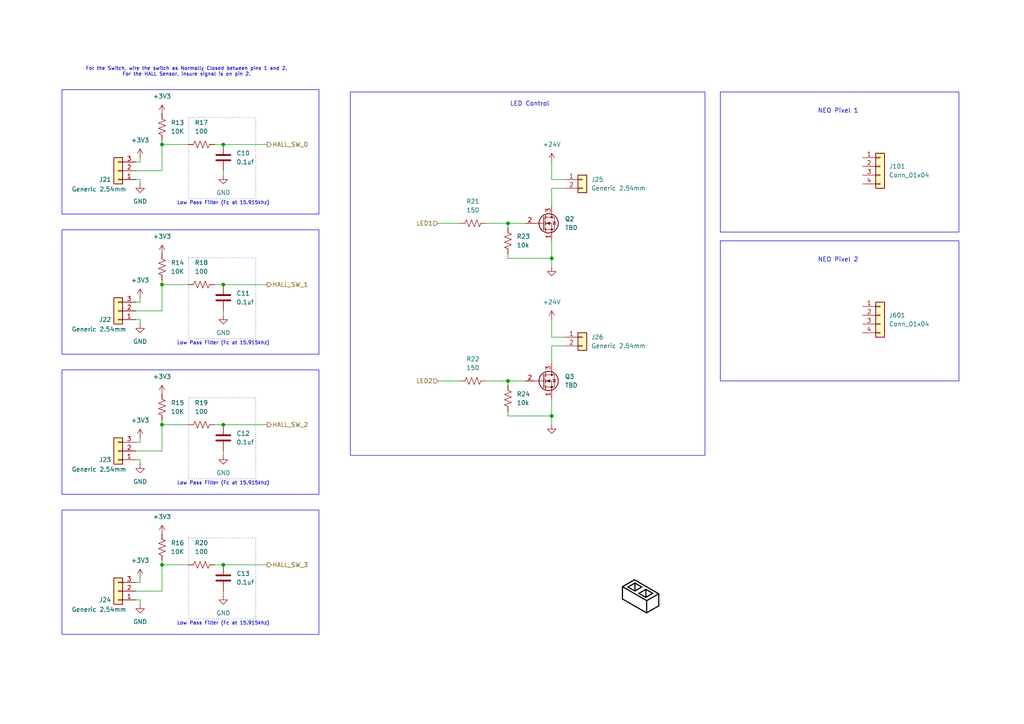
<source format=kicad_sch>
(kicad_sch (version 20250114) (generator "eeschema") (generator_version "9.0")
  (paper "A4")
  (title_block (title "Distribution Board") (date "2026-01-13") (rev "0.3") (company "basically"))
  (lib_symbols
    (symbol "Connector_Generic:Conn_01x02" (pin_names (offset 1.016) (hide yes))
      (property "Reference" "J" (at 0 2.54 0))
      (property "Value" "Conn_01x02" (at 0 -5.08 0))
      (symbol "Conn_01x02_1_1"
        (rectangle (start -1.27 1.27) (end 1.27 -3.81) (stroke (width 0.254)) (fill (type background)))
        (rectangle (start -1.27 0.127) (end 0 -0.127) (stroke (width 0.1524)))
        (rectangle (start -1.27 -2.413) (end 0 -2.667) (stroke (width 0.1524)))
        (pin passive line (at -5.08 0 0) (length 3.81) (name "Pin_1") (number "1"))
        (pin passive line (at -5.08 -2.54 0) (length 3.81) (name "Pin_2") (number "2"))
      )
    )
    (symbol "Connector_Generic:Conn_01x03" (pin_names (offset 1.016) (hide yes))
      (property "Reference" "J" (at 0 5.08 0))
      (property "Value" "Conn_01x03" (at 0 -5.08 0))
      (symbol "Conn_01x03_1_1"
        (rectangle (start -1.27 3.81) (end 1.27 -3.81) (stroke (width 0.254)) (fill (type background)))
        (rectangle (start -1.27 2.667) (end 0 2.413) (stroke (width 0.1524)))
        (rectangle (start -1.27 0.127) (end 0 -0.127) (stroke (width 0.1524)))
        (rectangle (start -1.27 -2.413) (end 0 -2.667) (stroke (width 0.1524)))
        (pin passive line (at -5.08 2.54 0) (length 3.81) (name "Pin_1") (number "1"))
        (pin passive line (at -5.08 0 0) (length 3.81) (name "Pin_2") (number "2"))
        (pin passive line (at -5.08 -2.54 0) (length 3.81) (name "Pin_3") (number "3"))
      )
    )
    (symbol "Connector_Generic:Conn_01x04" (pin_names (offset 1.016) (hide yes))
      (property "Reference" "J" (at 0 5.08 0))
      (property "Value" "Conn_01x04" (at 0 -7.62 0))
      (symbol "Conn_01x04_1_1"
        (rectangle (start -1.27 3.81) (end 1.27 -6.35) (stroke (width 0.254)) (fill (type background)))
        (rectangle (start -1.27 2.667) (end 0 2.413) (stroke (width 0.1524)))
        (rectangle (start -1.27 0.127) (end 0 -0.127) (stroke (width 0.1524)))
        (rectangle (start -1.27 -2.413) (end 0 -2.667) (stroke (width 0.1524)))
        (rectangle (start -1.27 -4.953) (end 0 -5.207) (stroke (width 0.1524)))
        (pin passive line (at -5.08 2.54 0) (length 3.81) (name "Pin_1") (number "1"))
        (pin passive line (at -5.08 0 0) (length 3.81) (name "Pin_2") (number "2"))
        (pin passive line (at -5.08 -2.54 0) (length 3.81) (name "Pin_3") (number "3"))
        (pin passive line (at -5.08 -5.08 0) (length 3.81) (name "Pin_4") (number "4"))
      )
    )
    (symbol "Device:C" (pin_numbers (hide yes)) (pin_names (offset 0.254))
      (property "Reference" "C" (at 0.635 2.54 0))
      (property "Value" "C" (at 0.635 -2.54 0))
      (symbol "C_0_1"
        (polyline (pts (xy -2.032 0.762) (xy 2.032 0.762)) (stroke (width 0.508)))
        (polyline (pts (xy -2.032 -0.762) (xy 2.032 -0.762)) (stroke (width 0.508)))
      )
      (symbol "C_1_1"
        (pin passive line (at 0 3.81 270) (length 2.794) (name "~") (number "1"))
        (pin passive line (at 0 -3.81 90) (length 2.794) (name "~") (number "2"))
      )
    )
    (symbol "Device:R_US" (pin_numbers (hide yes)) (pin_names (offset 0))
      (property "Reference" "R" (at 2.54 0 90))
      (property "Value" "R_US" (at -2.54 0 90))
      (symbol "R_US_0_1"
        (polyline (pts (xy 0 2.286) (xy 0 2.54)))
        (polyline (pts (xy 0 2.286) (xy 1.016 1.905) (xy 0 1.524) (xy -1.016 1.143) (xy 0 0.762)))
        (polyline (pts (xy 0 0.762) (xy 1.016 0.381) (xy 0 0) (xy -1.016 -0.381) (xy 0 -0.762)))
        (polyline (pts (xy 0 -0.762) (xy 1.016 -1.143) (xy 0 -1.524) (xy -1.016 -1.905) (xy 0 -2.286)))
        (polyline (pts (xy 0 -2.286) (xy 0 -2.54)))
      )
      (symbol "R_US_1_1"
        (pin passive line (at 0 3.81 270) (length 1.27) (name "~") (number "1"))
        (pin passive line (at 0 -3.81 90) (length 1.27) (name "~") (number "2"))
      )
    )
    (symbol "Transistor_FET:2N7000" (pin_names (hide yes))
      (property "Reference" "Q" (at 5.08 1.905 0))
      (property "Value" "2N7000" (at 5.08 0 0))
      (symbol "2N7000_0_1"
        (polyline (pts (xy 0.254 1.905) (xy 0.254 -1.905)) (stroke (width 0.254)))
        (polyline (pts (xy 0.254 0) (xy -2.54 0)))
        (polyline (pts (xy 0.762 2.286) (xy 0.762 1.27)) (stroke (width 0.254)))
        (polyline (pts (xy 0.762 0.508) (xy 0.762 -0.508)) (stroke (width 0.254)))
        (polyline (pts (xy 0.762 -1.27) (xy 0.762 -2.286)) (stroke (width 0.254)))
        (polyline (pts (xy 0.762 -1.778) (xy 3.302 -1.778) (xy 3.302 1.778) (xy 0.762 1.778)))
        (polyline (pts (xy 1.016 0) (xy 2.032 0.381) (xy 2.032 -0.381) (xy 1.016 0)) (fill (type outline)))
        (circle (center 1.651 0) (radius 2.794) (stroke (width 0.254)))
        (polyline (pts (xy 2.54 2.54) (xy 2.54 1.778)))
        (circle (center 2.54 1.778) (radius 0.254) (fill (type outline)))
        (circle (center 2.54 -1.778) (radius 0.254) (fill (type outline)))
        (polyline (pts (xy 2.54 -2.54) (xy 2.54 0) (xy 0.762 0)))
        (polyline (pts (xy 2.794 0.508) (xy 2.921 0.381) (xy 3.683 0.381) (xy 3.81 0.254)))
        (polyline (pts (xy 3.302 0.381) (xy 2.921 -0.254) (xy 3.683 -0.254) (xy 3.302 0.381)))
      )
      (symbol "2N7000_1_1"
        (pin input line (at -5.08 0 0) (length 2.54) (name "G") (number "2"))
        (pin passive line (at 2.54 5.08 270) (length 2.54) (name "D") (number "3"))
        (pin passive line (at 2.54 -5.08 90) (length 2.54) (name "S") (number "1"))
      )
    )
    (symbol "power:+24V" (power) (pin_numbers (hide yes)) (pin_names (offset 0) (hide yes))
      (property "Value" "+24V" (at 0 3.556 0))
      (symbol "+24V_0_1"
        (polyline (pts (xy -0.762 1.27) (xy 0 2.54)))
        (polyline (pts (xy 0 2.54) (xy 0.762 1.27)))
        (polyline (pts (xy 0 0) (xy 0 2.54)))
      )
      (symbol "+24V_1_1"
        (pin power_in line (at 0 0 90) (length 0) (name "~") (number "1"))
      )
    )
    (symbol "power:+3V3" (power) (pin_numbers (hide yes)) (pin_names (offset 0) (hide yes))
      (property "Value" "+3V3" (at 0 3.556 0))
      (symbol "+3V3_0_1"
        (polyline (pts (xy -0.762 1.27) (xy 0 2.54)))
        (polyline (pts (xy 0 2.54) (xy 0.762 1.27)))
        (polyline (pts (xy 0 0) (xy 0 2.54)))
      )
      (symbol "+3V3_1_1"
        (pin power_in line (at 0 0 90) (length 0) (name "~") (number "1"))
      )
    )
    (symbol "power:GND" (power) (pin_numbers (hide yes)) (pin_names (offset 0) (hide yes))
      (property "Value" "GND" (at 0 -3.81 0))
      (symbol "GND_0_1"
        (polyline (pts (xy 0 0) (xy 0 -1.27) (xy 1.27 -1.27) (xy 0 -2.54) (xy -1.27 -1.27) (xy 0 -1.27)))
      )
      (symbol "GND_1_1"
        (pin power_in line (at 0 0 270) (length 0) (name "~") (number "1"))
      )
    )
  )
  (rectangle (start 17.97 66.65) (end 92.5 102.73))
  (polyline (pts (xy 186.4539 170.2406) (xy 184.1503 171.611) (xy 181.7941 170.2712) (xy 182.4624 170.2712) (xy 183.9857 171.1508) (xy 183.9857 169.3917) (xy 184.3178 169.3917) (xy 184.3178 171.1) (xy 185.7873 170.2427) (xy 184.3178 169.3917) (xy 183.9857 169.3917) (xy 182.4624 170.2712) (xy 181.7941 170.2712) (xy 181.7932 170.2707) (xy 184.15 168.91) (xy 186.4539 170.2406)) (stroke (width -0.0001) (type solid) (color 0 0 0 1)) (fill (type color) (color 0 0 0 1)))
  (rectangle (start 101.6 26.67) (end 204.47 132.08))
  (polyline (pts (xy 187.3266 170.7468) (xy 189.6305 172.0774) (xy 187.327 173.4478) (xy 184.9705 172.108) (xy 185.639 172.108) (xy 187.1624 172.9876) (xy 187.1624 172.9369) (xy 187.4945 172.9369) (xy 188.9639 172.0794) (xy 187.4945 171.2285) (xy 187.4945 172.9369) (xy 187.1624 172.9369) (xy 187.1624 171.2285) (xy 185.639 172.108) (xy 184.9705 172.108) (xy 184.9698 172.1075) (xy 187.3266 170.7468) (xy 187.3266 170.7468)) (stroke (width -0.0001) (type solid) (color 0 0 0 1)) (fill (type color) (color 0 0 0 1)))
  (polyline (pts (xy 191.2326 172.1353) (xy 191.2326 175.8135) (xy 187.5243 177.9531) (xy 180.3674 173.8253) (xy 180.3674 173.6276) (xy 180.7025 173.6276) (xy 187.3871 177.4871) (xy 187.3871 174.3277) (xy 187.7221 174.3277) (xy 187.7221 177.4534) (xy 190.8962 175.6208) (xy 190.8962 172.4951) (xy 187.7221 174.3277) (xy 187.3871 174.3277) (xy 187.3871 174.3043) (xy 180.7025 170.445) (xy 180.7025 173.6276) (xy 180.3674 173.6276) (xy 180.3674 170.1635) (xy 180.8849 170.1635) (xy 187.5749 174.0259) (xy 190.7099 172.2159) (xy 184.0189 168.3529) (xy 180.8849 170.1635) (xy 180.3674 170.1635) (xy 180.3674 170.0778) (xy 184.0009 167.9556) (xy 191.2326 172.1353)) (stroke (width -0.0001) (type solid) (color 0 0 0 1)) (fill (type color) (color 0 0 0 1)))
  (rectangle (start 208.915 26.67) (end 278.13 67.31))
  (rectangle (start 17.97 26.01) (end 92.5 62.09))
  (rectangle (start 54.67 115.37) (end 74.17 138.87) (stroke (width 0) (type dot)))
  (rectangle (start 54.67 74.73) (end 74.17 98.23) (stroke (width 0) (type dot)))
  (rectangle (start 17.97 107.29) (end 92.5 143.37))
  (rectangle (start 54.67 34.09) (end 74.17 57.59) (stroke (width 0) (type dot)))
  (rectangle (start 208.915 69.85) (end 278.13 110.49))
  (rectangle (start 17.97 147.93) (end 92.5 184.01))
  (rectangle (start 54.67 156.01) (end 74.17 179.51) (stroke (width 0) (type dot)))
  (text "Low Pass Filter (Fc at 15.915khz)" (at 64.77 140.208 0) (effects (font (size 1.016 1.016))))
  (text "NEO Pixel 2" (at 243.078 75.438 0) (effects (font (size 1.27 1.27))))
  (text "For the Switch, wire the switch as Normally Closed between pins 1 and 2.\nFor the HALL Sensor, insure signal is on pin 2.\n" (at 54.102 20.828 0) (effects (font (size 1.016 1.016))))
  (text "LED Control" (at 153.67 30.226 0) (effects (font (size 1.27 1.27))))
  (text "Low Pass Filter (Fc at 15.915khz)" (at 64.77 180.848 0) (effects (font (size 1.016 1.016))))
  (text "Low Pass Filter (Fc at 15.915khz)" (at 64.77 58.928 0) (effects (font (size 1.016 1.016))))
  (text "NEO Pixel 1" (at 243.078 32.258 0) (effects (font (size 1.27 1.27))))
  (text "Low Pass Filter (Fc at 15.915khz)" (at 64.77 99.568 0) (effects (font (size 1.016 1.016))))
  (junction (at 64.77 123.19))
  (junction (at 46.99 123.19))
  (junction (at 46.99 41.91))
  (junction (at 64.77 82.55))
  (junction (at 46.99 82.55))
  (junction (at 46.99 163.83))
  (junction (at 64.77 41.91))
  (junction (at 147.32 110.49))
  (junction (at 64.77 163.83))
  (junction (at 160.02 74.93))
  (junction (at 160.02 120.65))
  (junction (at 147.32 64.77))
  (wire (pts (xy 160.02 52.07) (xy 163.83 52.07)))
  (wire (pts (xy 46.99 130.81) (xy 46.99 123.19)))
  (wire (pts (xy 64.77 91.44) (xy 64.77 90.17)))
  (wire (pts (xy 160.02 120.65) (xy 160.02 123.19)))
  (wire (pts (xy 62.23 82.55) (xy 64.77 82.55)))
  (wire (pts (xy 147.32 119.38) (xy 147.32 120.65)))
  (wire (pts (xy 40.64 87.63) (xy 39.37 87.63)))
  (wire (pts (xy 40.64 53.34) (xy 40.64 52.07)))
  (wire (pts (xy 160.02 74.93) (xy 160.02 69.85)))
  (wire (pts (xy 160.02 74.93) (xy 160.02 77.47)))
  (wire (pts (xy 147.32 73.66) (xy 147.32 74.93)))
  (wire (pts (xy 40.64 168.91) (xy 40.64 167.64)))
  (wire (pts (xy 163.83 54.61) (xy 160.02 54.61)))
  (wire (pts (xy 40.64 175.26) (xy 40.64 173.99)))
  (wire (pts (xy 40.64 173.99) (xy 39.37 173.99)))
  (wire (pts (xy 147.32 64.77) (xy 152.4 64.77)))
  (wire (pts (xy 147.32 74.93) (xy 160.02 74.93)))
  (wire (pts (xy 147.32 120.65) (xy 160.02 120.65)))
  (wire (pts (xy 127 64.77) (xy 133.35 64.77)))
  (wire (pts (xy 160.02 97.79) (xy 163.83 97.79)))
  (wire (pts (xy 40.64 134.62) (xy 40.64 133.35)))
  (wire (pts (xy 46.99 41.91) (xy 46.99 49.53)))
  (wire (pts (xy 147.32 66.04) (xy 147.32 64.77)))
  (wire (pts (xy 160.02 100.33) (xy 160.02 105.41)))
  (wire (pts (xy 160.02 46.99) (xy 160.02 52.07)))
  (wire (pts (xy 160.02 92.71) (xy 160.02 97.79)))
  (wire (pts (xy 54.61 123.19) (xy 46.99 123.19)))
  (wire (pts (xy 46.99 121.92) (xy 46.99 123.19)))
  (wire (pts (xy 163.83 100.33) (xy 160.02 100.33)))
  (polyline (pts (xy 184.15 168.91) (xy 184.15 168.91)) (stroke (width -0.0001) (type solid)))
  (wire (pts (xy 46.99 40.64) (xy 46.99 41.91)))
  (wire (pts (xy 40.64 92.71) (xy 39.37 92.71)))
  (wire (pts (xy 40.64 46.99) (xy 39.37 46.99)))
  (wire (pts (xy 147.32 111.76) (xy 147.32 110.49)))
  (wire (pts (xy 40.64 46.99) (xy 40.64 45.72)))
  (wire (pts (xy 127 110.49) (xy 133.35 110.49)))
  (wire (pts (xy 140.97 64.77) (xy 147.32 64.77)))
  (wire (pts (xy 54.61 82.55) (xy 46.99 82.55)))
  (wire (pts (xy 147.32 110.49) (xy 152.4 110.49)))
  (wire (pts (xy 46.99 81.28) (xy 46.99 82.55)))
  (wire (pts (xy 46.99 90.17) (xy 46.99 82.55)))
  (wire (pts (xy 40.64 168.91) (xy 39.37 168.91)))
  (wire (pts (xy 64.77 132.08) (xy 64.77 130.81)))
  (wire (pts (xy 54.61 41.91) (xy 46.99 41.91)))
  (wire (pts (xy 46.99 162.56) (xy 46.99 163.83)))
  (wire (pts (xy 40.64 87.63) (xy 40.64 86.36)))
  (wire (pts (xy 40.64 133.35) (xy 39.37 133.35)))
  (wire (pts (xy 64.77 172.72) (xy 64.77 171.45)))
  (wire (pts (xy 64.77 50.8) (xy 64.77 49.53)))
  (wire (pts (xy 39.37 130.81) (xy 46.99 130.81)))
  (wire (pts (xy 39.37 49.53) (xy 46.99 49.53)))
  (wire (pts (xy 64.77 163.83) (xy 77.47 163.83)))
  (wire (pts (xy 62.23 123.19) (xy 64.77 123.19)))
  (wire (pts (xy 64.77 123.19) (xy 77.47 123.19)))
  (wire (pts (xy 39.37 90.17) (xy 46.99 90.17)))
  (wire (pts (xy 140.97 110.49) (xy 147.32 110.49)))
  (wire (pts (xy 40.64 93.98) (xy 40.64 92.71)))
  (wire (pts (xy 40.64 52.07) (xy 39.37 52.07)))
  (wire (pts (xy 160.02 120.65) (xy 160.02 115.57)))
  (wire (pts (xy 62.23 41.91) (xy 64.77 41.91)))
  (wire (pts (xy 64.77 41.91) (xy 77.47 41.91)))
  (wire (pts (xy 39.37 171.45) (xy 46.99 171.45)))
  (wire (pts (xy 40.64 128.27) (xy 39.37 128.27)))
  (wire (pts (xy 40.64 128.27) (xy 40.64 127)))
  (wire (pts (xy 54.61 163.83) (xy 46.99 163.83)))
  (wire (pts (xy 62.23 163.83) (xy 64.77 163.83)))
  (wire (pts (xy 64.77 82.55) (xy 77.47 82.55)))
  (wire (pts (xy 160.02 54.61) (xy 160.02 59.69)))
  (wire (pts (xy 46.99 171.45) (xy 46.99 163.83)))
  (hierarchical_label "LED2" (shape input) (at 127 110.49 180))
  (hierarchical_label "LED1" (shape input) (at 127 64.77 180))
  (hierarchical_label "HALL_SW_1" (shape output) (at 77.47 82.55 0))
  (hierarchical_label "HALL_SW_0" (shape output) (at 77.47 41.91 0))
  (hierarchical_label "HALL_SW_3" (shape output) (at 77.47 163.83 0))
  (hierarchical_label "HALL_SW_2" (shape output) (at 77.47 123.19 0))
  (symbol (lib_id "power:GND") (at 64.77 91.44 0) (unit 1)
    (property "Reference" "#PWR066" (effects (hide yes)))
    (property "Value" "GND" (at 64.77 96.52 0))
    (property "Description" "Power symbol creates a global label with name \"GND\" , ground" (effects (hide yes)))
  )
  (symbol (lib_id "power:GND") (at 64.77 172.72 0) (unit 1)
    (property "Reference" "#PWR068" (effects (hide yes)))
    (property "Value" "GND" (at 64.77 177.8 0))
    (property "Description" "Power symbol creates a global label with name \"GND\" , ground" (effects (hide yes)))
  )
  (symbol (lib_id "Device:R_US") (at 58.42 82.55 90) (unit 1)
    (property "Reference" "R18" (at 58.42 76.2 90))
    (property "Value" "100" (at 58.42 78.74 90))
    (property "Footprint" "Resistor_SMD:R_0805_2012Metric_Pad1.20x1.40mm_HandSolder" (effects (hide yes)))
    (property "Description" "Resistor, US symbol" (effects (hide yes)))
  )
  (symbol (lib_id "Device:R_US") (at 137.16 110.49 90) (unit 1)
    (property "Reference" "R22" (at 137.16 104.14 90))
    (property "Value" "150" (at 137.16 106.68 90))
    (property "Footprint" "Resistor_SMD:R_0805_2012Metric_Pad1.20x1.40mm_HandSolder" (effects (hide yes)))
    (property "Description" "Resistor, US symbol" (effects (hide yes)))
  )
  (symbol (lib_id "power:+3V3") (at 40.64 45.72 0) (unit 1)
    (property "Reference" "#PWR053" (effects (hide yes)))
    (property "Value" "+3V3" (at 40.64 40.64 0))
    (property "Description" "Power symbol creates a global label with name \"+3V3\"" (effects (hide yes)))
  )
  (symbol (lib_id "Device:C") (at 64.77 127 0) (unit 1)
    (property "Reference" "C12" (at 68.58 125.7299 0) (effects (justify left)))
    (property "Value" "0.1uf" (at 68.58 128.2699 0) (effects (justify left)))
    (property "Footprint" "Capacitor_SMD:C_0805_2012Metric_Pad1.18x1.45mm_HandSolder" (effects (hide yes)))
    (property "Description" "Unpolarized capacitor" (effects (hide yes)))
  )
  (symbol (lib_id "Connector_Generic:Conn_01x03") (at 34.29 49.53 180) (unit 1)
    (property "Reference" "J21" (at 30.48 52.07 0))
    (property "Value" "Generic 2.54mm" (at 28.702 54.864 0))
    (property "Footprint" "Connector_PinHeader_2.54mm:PinHeader_1x03_P2.54mm_Vertical" (effects (hide yes)))
    (property "Description" "Generic connector, single row, 01x03, script generated (kicad-library-utils/schlib/autogen/connector/)" (effects (hide yes)))
  )
  (symbol (lib_id "Device:C") (at 64.77 45.72 0) (unit 1)
    (property "Reference" "C10" (at 68.58 44.4499 0) (effects (justify left)))
    (property "Value" "0.1uf" (at 68.58 46.9899 0) (effects (justify left)))
    (property "Footprint" "Capacitor_SMD:C_0805_2012Metric_Pad1.18x1.45mm_HandSolder" (effects (hide yes)))
    (property "Description" "Unpolarized capacitor" (effects (hide yes)))
  )
  (symbol (lib_id "power:GND") (at 40.64 175.26 0) (unit 1)
    (property "Reference" "#PWR060" (effects (hide yes)))
    (property "Value" "GND" (at 40.64 180.34 0))
    (property "Description" "Power symbol creates a global label with name \"GND\" , ground" (effects (hide yes)))
  )
  (symbol (lib_id "Connector_Generic:Conn_01x04") (at 255.27 91.44 0) (unit 1)
    (property "Reference" "J601" (at 257.81 91.4399 0) (effects (justify left)))
    (property "Value" "Conn_01x04" (at 257.81 93.9799 0) (effects (justify left)))
    (property "Description" "Generic connector, single row, 01x04, script generated (kicad-library-utils/schlib/autogen/connector/)" (effects (hide yes)))
  )
  (symbol (lib_id "Device:R_US") (at 137.16 64.77 90) (unit 1)
    (property "Reference" "R21" (at 137.16 58.42 90))
    (property "Value" "150" (at 137.16 60.96 90))
    (property "Footprint" "Resistor_SMD:R_0805_2012Metric_Pad1.20x1.40mm_HandSolder" (effects (hide yes)))
    (property "Description" "Resistor, US symbol" (effects (hide yes)))
  )
  (symbol (lib_id "Connector_Generic:Conn_01x03") (at 34.29 171.45 180) (unit 1)
    (property "Reference" "J24" (at 30.48 173.99 0))
    (property "Value" "Generic 2.54mm" (at 28.702 176.784 0))
    (property "Footprint" "Connector_PinHeader_2.54mm:PinHeader_1x03_P2.54mm_Vertical" (effects (hide yes)))
    (property "Description" "Generic connector, single row, 01x03, script generated (kicad-library-utils/schlib/autogen/connector/)" (effects (hide yes)))
  )
  (symbol (lib_id "Device:R_US") (at 46.99 36.83 0) (unit 1)
    (property "Reference" "R13" (at 49.53 35.5599 0) (effects (justify left)))
    (property "Value" "10K" (at 49.53 38.0999 0) (effects (justify left)))
    (property "Footprint" "Resistor_SMD:R_0805_2012Metric_Pad1.20x1.40mm_HandSolder" (effects (hide yes)))
    (property "Description" "Resistor, US symbol" (effects (hide yes)))
  )
  (symbol (lib_id "power:+3V3") (at 40.64 86.36 0) (unit 1)
    (property "Reference" "#PWR055" (effects (hide yes)))
    (property "Value" "+3V3" (at 40.64 81.28 0))
    (property "Description" "Power symbol creates a global label with name \"+3V3\"" (effects (hide yes)))
  )
  (symbol (lib_id "power:+3V3") (at 40.64 167.64 0) (unit 1)
    (property "Reference" "#PWR059" (effects (hide yes)))
    (property "Value" "+3V3" (at 40.64 162.56 0))
    (property "Description" "Power symbol creates a global label with name \"+3V3\"" (effects (hide yes)))
  )
  (symbol (lib_id "Transistor_FET:2N7000") (at 157.48 110.49 0) (unit 1)
    (property "Reference" "Q3" (at 163.83 109.2199 0) (effects (justify left)))
    (property "Value" "TBD" (at 163.83 111.7599 0) (effects (justify left)))
    (property "Footprint" "Package_TO_SOT_THT:TO-92_Inline" (effects (hide yes)))
    (property "Datasheet" "https://www.vishay.com/docs/70226/70226.pdf" (effects (hide yes)))
    (property "Description" "0.2A Id, 200V Vds, N-Channel MOSFET, 2.6V Logic Level, TO-92" (effects (hide yes)))
  )
  (symbol (lib_id "Connector_Generic:Conn_01x02") (at 168.91 52.07 0) (unit 1)
    (property "Reference" "J25" (at 171.45 52.0699 0) (effects (justify left)))
    (property "Value" "Generic 2.54mm" (at 171.45 54.6099 0) (effects (justify left)))
    (property "Footprint" "Connector_PinHeader_2.54mm:PinHeader_1x02_P2.54mm_Vertical" (effects (hide yes)))
    (property "Description" "Generic connector, single row, 01x02, script generated (kicad-library-utils/schlib/autogen/connector/)" (effects (hide yes)))
  )
  (symbol (lib_id "Device:C") (at 64.77 167.64 0) (unit 1)
    (property "Reference" "C13" (at 68.58 166.3699 0) (effects (justify left)))
    (property "Value" "0.1uf" (at 68.58 168.9099 0) (effects (justify left)))
    (property "Footprint" "Capacitor_SMD:C_0805_2012Metric_Pad1.18x1.45mm_HandSolder" (effects (hide yes)))
    (property "Description" "Unpolarized capacitor" (effects (hide yes)))
  )
  (symbol (lib_id "Connector_Generic:Conn_01x03") (at 34.29 130.81 180) (unit 1)
    (property "Reference" "J23" (at 30.48 133.35 0))
    (property "Value" "Generic 2.54mm" (at 28.702 136.144 0))
    (property "Footprint" "Connector_PinHeader_2.54mm:PinHeader_1x03_P2.54mm_Vertical" (effects (hide yes)))
    (property "Description" "Generic connector, single row, 01x03, script generated (kicad-library-utils/schlib/autogen/connector/)" (effects (hide yes)))
  )
  (symbol (lib_id "Device:R_US") (at 58.42 123.19 90) (unit 1)
    (property "Reference" "R19" (at 58.42 116.84 90))
    (property "Value" "100" (at 58.42 119.38 90))
    (property "Footprint" "Resistor_SMD:R_0805_2012Metric_Pad1.20x1.40mm_HandSolder" (effects (hide yes)))
    (property "Description" "Resistor, US symbol" (effects (hide yes)))
  )
  (symbol (lib_id "power:GND") (at 64.77 50.8 0) (unit 1)
    (property "Reference" "#PWR065" (effects (hide yes)))
    (property "Value" "GND" (at 64.77 55.88 0))
    (property "Description" "Power symbol creates a global label with name \"GND\" , ground" (effects (hide yes)))
  )
  (symbol (lib_id "Device:R_US") (at 58.42 163.83 90) (unit 1)
    (property "Reference" "R20" (at 58.42 157.48 90))
    (property "Value" "100" (at 58.42 160.02 90))
    (property "Footprint" "Resistor_SMD:R_0805_2012Metric_Pad1.20x1.40mm_HandSolder" (effects (hide yes)))
    (property "Description" "Resistor, US symbol" (effects (hide yes)))
  )
  (symbol (lib_id "Connector_Generic:Conn_01x02") (at 168.91 97.79 0) (unit 1)
    (property "Reference" "J26" (at 171.45 97.7899 0) (effects (justify left)))
    (property "Value" "Generic 2.54mm" (at 171.45 100.3299 0) (effects (justify left)))
    (property "Footprint" "Connector_PinHeader_2.54mm:PinHeader_1x02_P2.54mm_Vertical" (effects (hide yes)))
    (property "Description" "Generic connector, single row, 01x02, script generated (kicad-library-utils/schlib/autogen/connector/)" (effects (hide yes)))
  )
  (symbol (lib_id "Device:R_US") (at 46.99 158.75 0) (unit 1)
    (property "Reference" "R16" (at 49.53 157.4799 0) (effects (justify left)))
    (property "Value" "10K" (at 49.53 160.0199 0) (effects (justify left)))
    (property "Footprint" "Resistor_SMD:R_0805_2012Metric_Pad1.20x1.40mm_HandSolder" (effects (hide yes)))
    (property "Description" "Resistor, US symbol" (effects (hide yes)))
  )
  (symbol (lib_id "power:+3V3") (at 40.64 127 0) (unit 1)
    (property "Reference" "#PWR057" (effects (hide yes)))
    (property "Value" "+3V3" (at 40.64 121.92 0))
    (property "Description" "Power symbol creates a global label with name \"+3V3\"" (effects (hide yes)))
  )
  (symbol (lib_id "power:GND") (at 40.64 93.98 0) (unit 1)
    (property "Reference" "#PWR056" (effects (hide yes)))
    (property "Value" "GND" (at 40.64 99.06 0))
    (property "Description" "Power symbol creates a global label with name \"GND\" , ground" (effects (hide yes)))
  )
  (symbol (lib_id "power:GND") (at 64.77 132.08 0) (unit 1)
    (property "Reference" "#PWR067" (effects (hide yes)))
    (property "Value" "GND" (at 64.77 137.16 0))
    (property "Description" "Power symbol creates a global label with name \"GND\" , ground" (effects (hide yes)))
  )
  (symbol (lib_id "power:+24V") (at 160.02 92.71 0) (unit 1)
    (property "Reference" "#PWR071" (effects (hide yes)))
    (property "Value" "+24V" (at 160.02 87.63 0))
    (property "Description" "Power symbol creates a global label with name \"+24V\"" (effects (hide yes)))
  )
  (symbol (lib_id "Device:R_US") (at 147.32 115.57 0) (unit 1)
    (property "Reference" "R24" (at 149.86 114.2999 0) (effects (justify left)))
    (property "Value" "10k" (at 149.86 116.8399 0) (effects (justify left)))
    (property "Footprint" "Resistor_SMD:R_0805_2012Metric_Pad1.20x1.40mm_HandSolder" (effects (hide yes)))
    (property "Description" "Resistor, US symbol" (effects (hide yes)))
  )
  (symbol (lib_id "power:+24V") (at 160.02 46.99 0) (unit 1)
    (property "Reference" "#PWR069" (effects (hide yes)))
    (property "Value" "+24V" (at 160.02 41.91 0))
    (property "Description" "Power symbol creates a global label with name \"+24V\"" (effects (hide yes)))
  )
  (symbol (lib_id "Connector_Generic:Conn_01x04") (at 255.27 48.26 0) (unit 1)
    (property "Reference" "J101" (at 257.81 48.2599 0) (effects (justify left)))
    (property "Value" "Conn_01x04" (at 257.81 50.7999 0) (effects (justify left)))
    (property "Description" "Generic connector, single row, 01x04, script generated (kicad-library-utils/schlib/autogen/connector/)" (effects (hide yes)))
  )
  (symbol (lib_id "Transistor_FET:2N7000") (at 157.48 64.77 0) (unit 1)
    (property "Reference" "Q2" (at 163.83 63.4999 0) (effects (justify left)))
    (property "Value" "TBD" (at 163.83 66.0399 0) (effects (justify left)))
    (property "Footprint" "Package_TO_SOT_THT:TO-92_Inline" (effects (hide yes)))
    (property "Datasheet" "https://www.vishay.com/docs/70226/70226.pdf" (effects (hide yes)))
    (property "Description" "0.2A Id, 200V Vds, N-Channel MOSFET, 2.6V Logic Level, TO-92" (effects (hide yes)))
  )
  (symbol (lib_id "power:GND") (at 40.64 134.62 0) (unit 1)
    (property "Reference" "#PWR058" (effects (hide yes)))
    (property "Value" "GND" (at 40.64 139.7 0))
    (property "Description" "Power symbol creates a global label with name \"GND\" , ground" (effects (hide yes)))
  )
  (symbol (lib_id "Device:C") (at 64.77 86.36 0) (unit 1)
    (property "Reference" "C11" (at 68.58 85.0899 0) (effects (justify left)))
    (property "Value" "0.1uf" (at 68.58 87.6299 0) (effects (justify left)))
    (property "Footprint" "Capacitor_SMD:C_0805_2012Metric_Pad1.18x1.45mm_HandSolder" (effects (hide yes)))
    (property "Description" "Unpolarized capacitor" (effects (hide yes)))
  )
  (symbol (lib_id "power:GND") (at 160.02 77.47 0) (unit 1)
    (property "Reference" "#PWR070" (effects (hide yes)))
    (property "Value" "GND" (effects (hide yes)))
    (property "Description" "Power symbol creates a global label with name \"GND\" , ground" (effects (hide yes)))
  )
  (symbol (lib_id "Device:R_US") (at 46.99 118.11 0) (unit 1)
    (property "Reference" "R15" (at 49.53 116.8399 0) (effects (justify left)))
    (property "Value" "10K" (at 49.53 119.3799 0) (effects (justify left)))
    (property "Footprint" "Resistor_SMD:R_0805_2012Metric_Pad1.20x1.40mm_HandSolder" (effects (hide yes)))
    (property "Description" "Resistor, US symbol" (effects (hide yes)))
  )
  (symbol (lib_id "power:+3V3") (at 46.99 33.02 0) (unit 1)
    (property "Reference" "#PWR061" (effects (hide yes)))
    (property "Value" "+3V3" (at 46.99 27.94 0))
    (property "Description" "Power symbol creates a global label with name \"+3V3\"" (effects (hide yes)))
  )
  (symbol (lib_id "power:GND") (at 40.64 53.34 0) (unit 1)
    (property "Reference" "#PWR054" (effects (hide yes)))
    (property "Value" "GND" (at 40.64 58.42 0))
    (property "Description" "Power symbol creates a global label with name \"GND\" , ground" (effects (hide yes)))
  )
  (symbol (lib_id "power:GND") (at 160.02 123.19 0) (unit 1)
    (property "Reference" "#PWR072" (effects (hide yes)))
    (property "Value" "GND" (effects (hide yes)))
    (property "Description" "Power symbol creates a global label with name \"GND\" , ground" (effects (hide yes)))
  )
  (symbol (lib_id "Connector_Generic:Conn_01x03") (at 34.29 90.17 180) (unit 1)
    (property "Reference" "J22" (at 30.48 92.71 0))
    (property "Value" "Generic 2.54mm" (at 28.702 95.504 0))
    (property "Footprint" "Connector_PinHeader_2.54mm:PinHeader_1x03_P2.54mm_Vertical" (effects (hide yes)))
    (property "Description" "Generic connector, single row, 01x03, script generated (kicad-library-utils/schlib/autogen/connector/)" (effects (hide yes)))
  )
  (symbol (lib_id "power:+3V3") (at 46.99 154.94 0) (unit 1)
    (property "Reference" "#PWR064" (effects (hide yes)))
    (property "Value" "+3V3" (at 46.99 149.86 0))
    (property "Description" "Power symbol creates a global label with name \"+3V3\"" (effects (hide yes)))
  )
  (symbol (lib_id "Device:R_US") (at 147.32 69.85 0) (unit 1)
    (property "Reference" "R23" (at 149.86 68.5799 0) (effects (justify left)))
    (property "Value" "10k" (at 149.86 71.1199 0) (effects (justify left)))
    (property "Footprint" "Resistor_SMD:R_0805_2012Metric_Pad1.20x1.40mm_HandSolder" (effects (hide yes)))
    (property "Description" "Resistor, US symbol" (effects (hide yes)))
  )
  (symbol (lib_id "Device:R_US") (at 58.42 41.91 90) (unit 1)
    (property "Reference" "R17" (at 58.42 35.56 90))
    (property "Value" "100" (at 58.42 38.1 90))
    (property "Footprint" "Resistor_SMD:R_0805_2012Metric_Pad1.20x1.40mm_HandSolder" (effects (hide yes)))
    (property "Description" "Resistor, US symbol" (effects (hide yes)))
  )
  (symbol (lib_id "Device:R_US") (at 46.99 77.47 0) (unit 1)
    (property "Reference" "R14" (at 49.53 76.1999 0) (effects (justify left)))
    (property "Value" "10K" (at 49.53 78.7399 0) (effects (justify left)))
    (property "Footprint" "Resistor_SMD:R_0805_2012Metric_Pad1.20x1.40mm_HandSolder" (effects (hide yes)))
    (property "Description" "Resistor, US symbol" (effects (hide yes)))
  )
  (symbol (lib_id "power:+3V3") (at 46.99 73.66 0) (unit 1)
    (property "Reference" "#PWR062" (effects (hide yes)))
    (property "Value" "+3V3" (at 46.99 68.58 0))
    (property "Description" "Power symbol creates a global label with name \"+3V3\"" (effects (hide yes)))
  )
  (symbol (lib_id "power:+3V3") (at 46.99 114.3 0) (unit 1)
    (property "Reference" "#PWR063" (effects (hide yes)))
    (property "Value" "+3V3" (at 46.99 109.22 0))
    (property "Description" "Power symbol creates a global label with name \"+3V3\"" (effects (hide yes)))
  )
)
</source>
